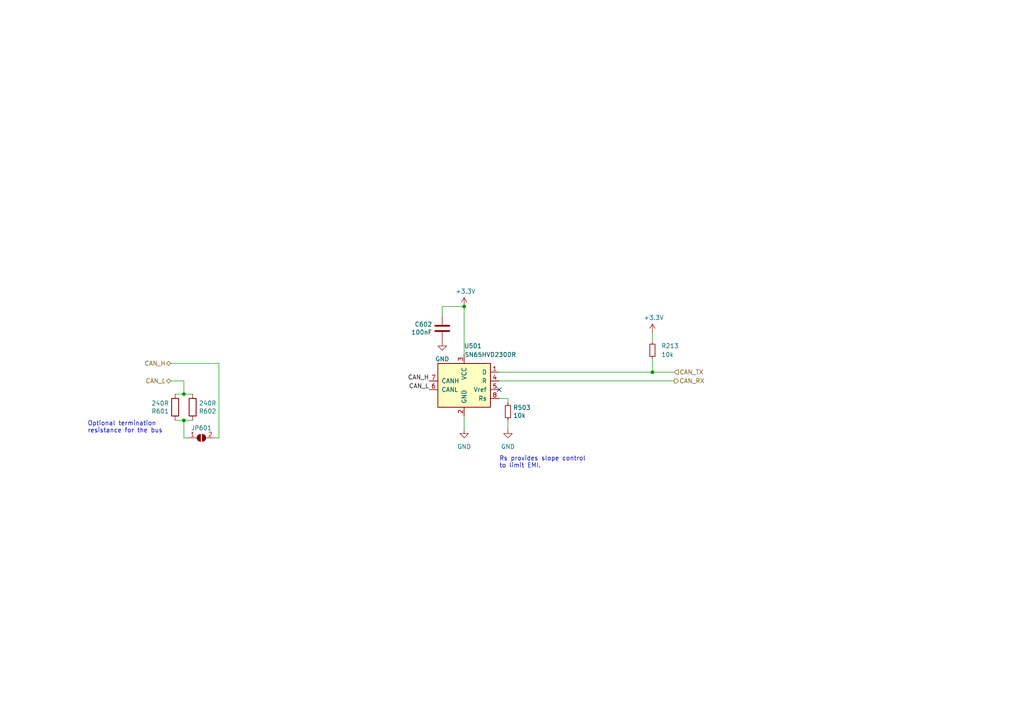
<source format=kicad_sch>
(kicad_sch (version 20250114) (generator "eeschema") (generator_version "9.0")
  (paper "A4")
  (title_block (title "Hat Labs Marine Engine & Tank interface (HALMET)") (date "2024-01-18") (rev "1.0.1") (company "Hat Labs Ltd") (comment 1 "https://creativecommons.org/licenses/by-sa/4.0") (comment 2 "To view a copy of this license, visit ") (comment 3 "HALMET is licensed under CC BY-SA 4.0."))
  (lib_symbols
    (symbol "Device:C" (pin_numbers (hide yes)) (pin_names (offset 0.254))
      (property "Reference" "C" (at 0.635 2.54 0))
      (property "Value" "C" (at 0.635 -2.54 0))
      (symbol "C_0_1"
        (polyline (pts (xy -2.032 0.762) (xy 2.032 0.762)) (stroke (width 0.508)))
        (polyline (pts (xy -2.032 -0.762) (xy 2.032 -0.762)) (stroke (width 0.508)))
      )
      (symbol "C_1_1"
        (pin passive line (at 0 3.81 270) (length 2.794) (name "~") (number "1"))
        (pin passive line (at 0 -3.81 90) (length 2.794) (name "~") (number "2"))
      )
    )
    (symbol "Device:R" (pin_numbers (hide yes)) (pin_names (offset 0))
      (property "Reference" "R" (at 2.032 0 90))
      (property "Value" "R" (at 0 0 90))
      (symbol "R_0_1"
        (rectangle (start -1.016 -2.54) (end 1.016 2.54) (stroke (width 0.254)))
      )
      (symbol "R_1_1"
        (pin passive line (at 0 3.81 270) (length 1.27) (name "~") (number "1"))
        (pin passive line (at 0 -3.81 90) (length 1.27) (name "~") (number "2"))
      )
    )
    (symbol "Device:R_Small" (pin_numbers (hide yes)) (pin_names (offset 0.254) (hide yes))
      (property "Reference" "R" (at 0.762 0.508 0))
      (property "Value" "R_Small" (at 0.762 -1.016 0))
      (symbol "R_Small_0_1"
        (rectangle (start -0.762 1.778) (end 0.762 -1.778) (stroke (width 0.2032)))
      )
      (symbol "R_Small_1_1"
        (pin passive line (at 0 2.54 270) (length 0.762) (name "~") (number "1"))
        (pin passive line (at 0 -2.54 90) (length 0.762) (name "~") (number "2"))
      )
    )
    (symbol "Interface_CAN_LIN:SN65HVD231" (pin_names (offset 1.016))
      (property "Reference" "U" (at -2.54 10.16 0))
      (property "Value" "SN65HVD231" (at -2.54 7.62 0))
      (symbol "SN65HVD231_0_1"
        (rectangle (start -7.62 5.08) (end 7.62 -7.62) (stroke (width 0.254)) (fill (type background)))
      )
      (symbol "SN65HVD231_1_1"
        (pin input line (at -10.16 2.54 0) (length 2.54) (name "D") (number "1"))
        (pin output line (at -10.16 0 0) (length 2.54) (name "R") (number "4"))
        (pin output line (at -10.16 -2.54 0) (length 2.54) (name "Vref") (number "5"))
        (pin input line (at -10.16 -5.08 0) (length 2.54) (name "Rs") (number "8"))
        (pin power_in line (at 0 7.62 270) (length 2.54) (name "VCC") (number "3"))
        (pin power_in line (at 0 -10.16 90) (length 2.54) (name "GND") (number "2"))
        (pin bidirectional line (at 10.16 0 180) (length 2.54) (name "CANH") (number "7"))
        (pin bidirectional line (at 10.16 -2.54 180) (length 2.54) (name "CANL") (number "6"))
      )
    )
    (symbol "Jumper:SolderJumper_2_Open" (pin_names (offset 0) (hide yes))
      (property "Reference" "JP" (at 0 2.032 0))
      (property "Value" "SolderJumper_2_Open" (at 0 -2.54 0))
      (symbol "SolderJumper_2_Open_0_1"
        (polyline (pts (xy -0.254 1.016) (xy -0.254 -1.016)))
        (arc (start -0.254 -1.016) (mid -1.2656 0) (end -0.254 1.016))
        (arc (start -0.254 -1.016) (mid -1.2656 0) (end -0.254 1.016) (fill (type outline)))
        (arc (start 0.254 1.016) (mid 1.2656 0) (end 0.254 -1.016))
        (arc (start 0.254 1.016) (mid 1.2656 0) (end 0.254 -1.016) (fill (type outline)))
        (polyline (pts (xy 0.254 1.016) (xy 0.254 -1.016)))
      )
      (symbol "SolderJumper_2_Open_1_1"
        (pin passive line (at -3.81 0 0) (length 2.54) (name "A") (number "1"))
        (pin passive line (at 3.81 0 180) (length 2.54) (name "B") (number "2"))
      )
    )
    (symbol "power:+3.3V" (power) (pin_names (offset 0))
      (property "Value" "+3.3V" (at 0 3.556 0))
      (symbol "+3.3V_0_1"
        (polyline (pts (xy -0.762 1.27) (xy 0 2.54)))
        (polyline (pts (xy 0 2.54) (xy 0.762 1.27)))
        (polyline (pts (xy 0 0) (xy 0 2.54)))
      )
      (symbol "+3.3V_1_1"
        (pin power_in line (at 0 0 90) (length 0) (hide yes) (name "+3.3V") (number "1"))
      )
    )
    (symbol "power:GND" (power) (pin_names (offset 0))
      (property "Value" "GND" (at 0 -3.81 0))
      (symbol "GND_0_1"
        (polyline (pts (xy 0 0) (xy 0 -1.27) (xy 1.27 -1.27) (xy 0 -2.54) (xy -1.27 -1.27) (xy 0 -1.27)))
      )
      (symbol "GND_1_1"
        (pin power_in line (at 0 0 270) (length 0) (hide yes) (name "GND") (number "1"))
      )
    )
  )
  (text "Rs provides slope control\nto limit EMI." (at 144.78 135.89 0) (effects (font (size 1.27 1.27)) (justify left bottom)))
  (text "Optional termination\nresistance for the bus" (at 25.4 125.73 0) (effects (font (size 1.27 1.27)) (justify left bottom)))
  (junction (at 53.34 114.3))
  (junction (at 53.34 121.92))
  (junction (at 134.62 88.9))
  (junction (at 189.23 107.95))
  (no_connect (at 144.78 113.03))
  (wire (pts (xy 53.34 121.92) (xy 53.34 127)))
  (wire (pts (xy 189.23 107.95) (xy 195.58 107.95)))
  (wire (pts (xy 53.34 121.92) (xy 55.88 121.92)))
  (wire (pts (xy 54.61 127) (xy 53.34 127)))
  (wire (pts (xy 147.32 116.84) (xy 147.32 115.57)))
  (wire (pts (xy 147.32 124.46) (xy 147.32 121.92)))
  (wire (pts (xy 63.5 127) (xy 63.5 105.41)))
  (wire (pts (xy 134.62 88.9) (xy 134.62 102.87)))
  (wire (pts (xy 134.62 88.9) (xy 128.27 88.9)))
  (wire (pts (xy 144.78 110.49) (xy 195.58 110.49)))
  (wire (pts (xy 144.78 107.95) (xy 189.23 107.95)))
  (wire (pts (xy 147.32 115.57) (xy 144.78 115.57)))
  (wire (pts (xy 53.34 114.3) (xy 55.88 114.3)))
  (wire (pts (xy 189.23 104.14) (xy 189.23 107.95)))
  (wire (pts (xy 62.23 127) (xy 63.5 127)))
  (wire (pts (xy 128.27 91.44) (xy 128.27 88.9)))
  (wire (pts (xy 63.5 105.41) (xy 49.53 105.41)))
  (wire (pts (xy 50.8 114.3) (xy 53.34 114.3)))
  (wire (pts (xy 49.53 110.49) (xy 53.34 110.49)))
  (wire (pts (xy 50.8 121.92) (xy 53.34 121.92)))
  (wire (pts (xy 53.34 114.3) (xy 53.34 110.49)))
  (wire (pts (xy 134.62 124.46) (xy 134.62 120.65)))
  (wire (pts (xy 189.23 96.52) (xy 189.23 99.06)))
  (label "CAN_H" (at 124.46 110.49 180))
  (label "CAN_L" (at 124.46 113.03 180))
  (hierarchical_label "CAN_L" (shape bidirectional) (at 49.53 110.49 180))
  (hierarchical_label "CAN_TX" (shape input) (at 195.58 107.95 0))
  (hierarchical_label "CAN_H" (shape bidirectional) (at 49.53 105.41 180))
  (hierarchical_label "CAN_RX" (shape output) (at 195.58 110.49 0))
  (symbol (lib_id "Device:R") (at 50.8 118.11 180) (unit 1)
    (property "Reference" "R601" (at 49.022 119.2784 0) (effects (justify left)))
    (property "Value" "240R" (at 49.022 116.967 0) (effects (justify left)))
    (property "Footprint" "Resistor_SMD:R_0805_2012Metric" (effects (hide yes)))
    (property "LCSC" "C17572" (effects (hide yes)))
  )
  (symbol (lib_id "Device:C") (at 128.27 95.25 0) (mirror y) (unit 1)
    (property "Reference" "C602" (at 125.349 94.0816 0) (effects (justify left)))
    (property "Value" "100nF" (at 125.349 96.393 0) (effects (justify left)))
    (property "Footprint" "Capacitor_SMD:C_0402_1005Metric" (effects (hide yes)))
    (property "LCSC" "C1525" (effects (hide yes)))
  )
  (symbol (lib_id "Jumper:SolderJumper_2_Open") (at 58.42 127 0) (unit 1)
    (property "Reference" "JP601" (at 58.42 124.1298 0))
    (property "Value" "SolderJumper_2_Open" (effects (hide yes)))
    (property "Footprint" "HALMET:SolderJumper-2_P1.3mm_Open_TrianglePad_Narrow" (effects (hide yes)))
  )
  (symbol (lib_id "Device:R") (at 55.88 118.11 0) (mirror x) (unit 1)
    (property "Reference" "R602" (at 57.658 119.2784 0) (effects (justify left)))
    (property "Value" "240R" (at 57.658 116.967 0) (effects (justify left)))
    (property "Footprint" "Resistor_SMD:R_0805_2012Metric" (effects (hide yes)))
    (property "LCSC" "C17572" (effects (hide yes)))
  )
  (symbol (lib_id "Interface_CAN_LIN:SN65HVD231") (at 134.62 110.49 0) (mirror y) (unit 1)
    (property "Reference" "U501" (at 137.16 100.33 0))
    (property "Value" "SN65HVD230DR" (at 142.24 102.87 0))
    (property "Footprint" "Package_SO:SOIC-8_3.9x4.9mm_P1.27mm" (effects (hide yes)))
    (property "Datasheet" "http://www.ti.com/lit/ds/symlink/sn65hvd230.pdf" (effects (hide yes)))
    (property "LCSC" "C12084" (effects (hide yes)))
    (property "JLCPCB_CORRECTION" "0;0;270" (effects (hide yes)))
  )
  (symbol (lib_id "Device:R_Small") (at 147.32 119.38 0) (unit 1)
    (property "Reference" "R503" (at 148.8186 118.2116 0) (effects (justify left)))
    (property "Value" "10k" (at 148.8186 120.523 0) (effects (justify left)))
    (property "Footprint" "Resistor_SMD:R_0402_1005Metric" (effects (hide yes)))
    (property "LCSC" "C25744" (effects (hide yes)))
  )
  (symbol (lib_id "power:GND") (at 128.27 99.06 0) (unit 1)
    (property "Reference" "#PWR0209" (effects (hide yes)))
    (property "Value" "GND" (at 128.27 104.14 0))
  )
  (symbol (lib_id "Device:R_Small") (at 189.23 101.6 0) (unit 1)
    (property "Reference" "R213" (at 191.77 100.3299 0) (effects (justify left)))
    (property "Value" "10k" (at 191.77 102.8699 0) (effects (justify left)))
    (property "Footprint" "Resistor_SMD:R_0402_1005Metric" (effects (hide yes)))
    (property "LCSC" "C25744" (effects (hide yes)))
  )
  (symbol (lib_id "power:+3.3V") (at 134.62 88.9 0) (unit 1)
    (property "Reference" "#PWR0211" (effects (hide yes)))
    (property "Value" "+3.3V" (at 135.001 84.5058 0))
  )
  (symbol (lib_id "power:GND") (at 147.32 124.46 0) (unit 1)
    (property "Reference" "#PWR0208" (effects (hide yes)))
    (property "Value" "GND" (at 147.32 129.54 0))
  )
  (symbol (lib_id "power:GND") (at 134.62 124.46 0) (unit 1)
    (property "Reference" "#PWR0202" (effects (hide yes)))
    (property "Value" "GND" (at 134.62 129.54 0))
  )
  (symbol (lib_id "power:+3.3V") (at 189.23 96.52 0) (unit 1)
    (property "Reference" "#PWR0212" (effects (hide yes)))
    (property "Value" "+3.3V" (at 189.611 92.1258 0))
  )
)
</source>
